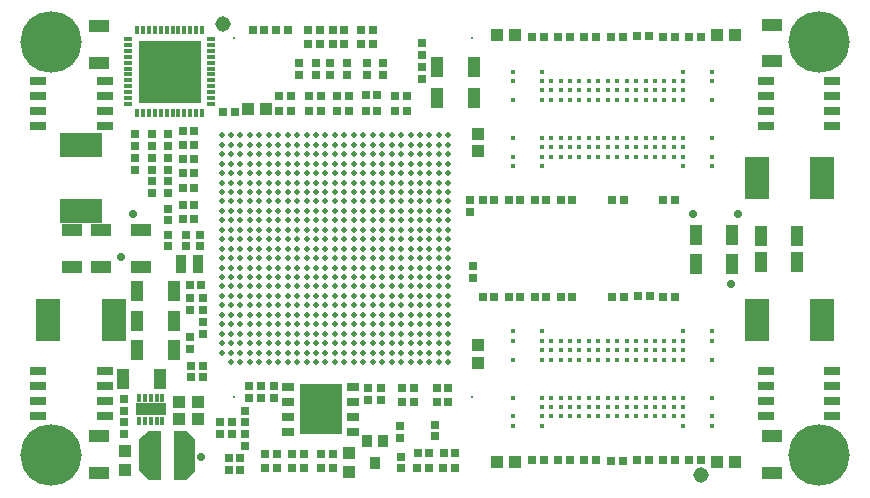
<source format=gts>
%FSLAX44Y44*%
%MOMM*%
G71*
G01*
G75*
G04 Layer_Color=8388736*
%ADD10C,0.3500*%
%ADD11R,1.6000X3.9000*%
%ADD12R,5.2000X5.2000*%
%ADD13R,0.6000X0.2500*%
%ADD14R,0.2500X0.6000*%
%ADD15R,0.5000X0.6000*%
%ADD16R,0.2500X0.5000*%
%ADD17R,2.4000X0.8400*%
%ADD18R,3.4000X4.0000*%
%ADD19R,0.9000X0.4500*%
%ADD20R,0.6000X0.5000*%
%ADD21R,0.5000X0.5000*%
%ADD22R,0.5000X0.5000*%
%ADD23R,0.8000X0.8000*%
%ADD24R,0.7500X1.4000*%
%ADD25R,0.8000X0.8000*%
%ADD26R,1.8288X3.4290*%
%ADD27R,3.4290X1.8288*%
%ADD28R,0.9000X1.6000*%
%ADD29R,1.6000X0.9000*%
%ADD30R,1.2000X0.5800*%
%ADD31C,1.0160*%
%ADD32C,0.4000*%
%ADD33C,0.6350*%
%ADD34R,0.7000X0.9000*%
%ADD35C,0.0930*%
%ADD36C,0.3000*%
%ADD37C,0.0900*%
%ADD38C,0.2500*%
%ADD39C,0.4000*%
%ADD40C,0.1010*%
%ADD41C,0.2000*%
%ADD42C,0.5000*%
%ADD43C,0.7000*%
%ADD44C,5.0000*%
%ADD45C,0.2700*%
%ADD46C,0.4500*%
%ADD47C,0.1000*%
%ADD48C,3.6830*%
%ADD49C,0.0800*%
%ADD50C,0.6000*%
%ADD51C,0.8000*%
%ADD52C,0.0850*%
%ADD53C,1.2500*%
%ADD54R,1.9000X2.6000*%
%ADD55R,0.2800X2.2700*%
%ADD56R,2.5400X0.4300*%
%ADD57R,4.7000X0.4300*%
%ADD58R,1.3000X0.9000*%
%ADD59R,0.9000X1.3000*%
%ADD60R,0.5588X0.6858*%
%ADD61R,0.9000X0.7000*%
%ADD62R,1.8000X1.1250*%
%ADD63R,0.4800X0.2300*%
%ADD64R,0.4000X1.1900*%
%ADD65R,0.9000X1.1900*%
%ADD66R,3.3000X3.3000*%
%ADD67R,0.6000X0.2300*%
%ADD68R,0.2300X0.6000*%
%ADD69R,2.6000X1.9000*%
%ADD70R,1.0000X0.5500*%
%ADD71R,0.5500X1.0000*%
%ADD72C,0.3500*%
%ADD73C,0.2800*%
%ADD74C,0.2200*%
%ADD75C,0.4500*%
%ADD76C,0.1500*%
%ADD77C,0.2540*%
%ADD78C,0.1270*%
%ADD79R,2.4000X2.4000*%
%ADD80R,5.2508X5.2508*%
%ADD81R,0.6600X0.3100*%
%ADD82R,0.3100X0.6600*%
%ADD83R,0.7032X0.8032*%
%ADD84R,0.3900X0.6400*%
%ADD85R,2.5400X0.9800*%
%ADD86R,3.6032X4.2032*%
%ADD87R,1.1032X0.6532*%
%ADD88R,0.8032X0.7032*%
%ADD89R,0.7032X0.7032*%
%ADD90R,0.7032X0.7032*%
%ADD91R,1.0032X1.0032*%
%ADD92R,0.9532X1.6032*%
%ADD93R,1.0032X1.0032*%
%ADD94R,2.0320X3.6322*%
%ADD95R,3.6322X2.0320*%
%ADD96R,1.1032X1.8032*%
%ADD97R,1.8032X1.1032*%
%ADD98R,1.4032X0.7832*%
%ADD99C,1.3160*%
%ADD100C,0.5000*%
%ADD101C,0.7366*%
%ADD102R,0.9032X1.1032*%
%ADD103C,5.2032*%
%ADD104C,0.2032*%
G36*
X117500Y4500D02*
X107500D01*
X99500Y11500D01*
Y38500D01*
X107500Y45500D01*
X117500D01*
Y4500D01*
D02*
G37*
G36*
X146500Y38500D02*
Y11500D01*
X138500Y4500D01*
X128500D01*
Y45500D01*
X138500D01*
X146500Y38500D01*
D02*
G37*
D46*
X584000Y50000D02*
D03*
Y58000D02*
D03*
Y130000D02*
D03*
Y122000D02*
D03*
X416000D02*
D03*
Y130000D02*
D03*
Y58000D02*
D03*
Y50000D02*
D03*
Y74000D02*
D03*
Y106000D02*
D03*
X584000Y74000D02*
D03*
Y106000D02*
D03*
X560000Y50000D02*
D03*
Y130000D02*
D03*
X440000D02*
D03*
Y50000D02*
D03*
Y58000D02*
D03*
X448000D02*
D03*
X456000D02*
D03*
X464000D02*
D03*
X472000D02*
D03*
X480000D02*
D03*
X488000D02*
D03*
X496000D02*
D03*
X504000D02*
D03*
X512000D02*
D03*
X520000D02*
D03*
X528000D02*
D03*
X536000D02*
D03*
X544000D02*
D03*
X552000D02*
D03*
X560000D02*
D03*
X440000Y66000D02*
D03*
X448000D02*
D03*
X456000D02*
D03*
X464000D02*
D03*
X472000D02*
D03*
X480000D02*
D03*
X488000D02*
D03*
X496000D02*
D03*
X504000D02*
D03*
X512000D02*
D03*
X520000D02*
D03*
X528000D02*
D03*
X536000D02*
D03*
X544000D02*
D03*
X552000D02*
D03*
X560000D02*
D03*
X440000Y74000D02*
D03*
X448000D02*
D03*
X456000D02*
D03*
X464000D02*
D03*
X472000D02*
D03*
X480000D02*
D03*
X488000D02*
D03*
X496000D02*
D03*
X504000D02*
D03*
X512000D02*
D03*
X520000D02*
D03*
X528000D02*
D03*
X536000D02*
D03*
X544000D02*
D03*
X552000D02*
D03*
X560000D02*
D03*
X440000Y106000D02*
D03*
X448000D02*
D03*
X456000D02*
D03*
X464000D02*
D03*
X472000D02*
D03*
X480000D02*
D03*
X488000D02*
D03*
X496000D02*
D03*
X504000D02*
D03*
X512000D02*
D03*
X520000D02*
D03*
X528000D02*
D03*
X536000D02*
D03*
X544000D02*
D03*
X552000D02*
D03*
X560000D02*
D03*
X440000Y114000D02*
D03*
X448000D02*
D03*
X456000D02*
D03*
X464000D02*
D03*
X472000D02*
D03*
X480000D02*
D03*
X488000D02*
D03*
X496000D02*
D03*
X504000D02*
D03*
X512000D02*
D03*
X520000D02*
D03*
X528000D02*
D03*
X536000D02*
D03*
X544000D02*
D03*
X552000D02*
D03*
X560000D02*
D03*
X440000Y122000D02*
D03*
X448000D02*
D03*
X456000D02*
D03*
X464000D02*
D03*
X472000D02*
D03*
X480000D02*
D03*
X488000D02*
D03*
X496000D02*
D03*
X504000D02*
D03*
X512000D02*
D03*
X520000D02*
D03*
X528000D02*
D03*
X536000D02*
D03*
X544000D02*
D03*
X552000D02*
D03*
X560000D02*
D03*
X584000Y270000D02*
D03*
Y278000D02*
D03*
Y350000D02*
D03*
Y342000D02*
D03*
X416000D02*
D03*
Y350000D02*
D03*
Y278000D02*
D03*
Y270000D02*
D03*
Y294000D02*
D03*
Y326000D02*
D03*
X584000Y294000D02*
D03*
Y326000D02*
D03*
X560000Y270000D02*
D03*
Y350000D02*
D03*
X440000D02*
D03*
Y270000D02*
D03*
Y278000D02*
D03*
X448000D02*
D03*
X456000D02*
D03*
X464000D02*
D03*
X472000D02*
D03*
X480000D02*
D03*
X488000D02*
D03*
X496000D02*
D03*
X504000D02*
D03*
X512000D02*
D03*
X520000D02*
D03*
X528000D02*
D03*
X536000D02*
D03*
X544000D02*
D03*
X552000D02*
D03*
X560000D02*
D03*
X440000Y286000D02*
D03*
X448000D02*
D03*
X456000D02*
D03*
X464000D02*
D03*
X472000D02*
D03*
X480000D02*
D03*
X488000D02*
D03*
X496000D02*
D03*
X504000D02*
D03*
X512000D02*
D03*
X520000D02*
D03*
X528000D02*
D03*
X536000D02*
D03*
X544000D02*
D03*
X552000D02*
D03*
X560000D02*
D03*
X440000Y294000D02*
D03*
X448000D02*
D03*
X456000D02*
D03*
X464000D02*
D03*
X472000D02*
D03*
X480000D02*
D03*
X488000D02*
D03*
X496000D02*
D03*
X504000D02*
D03*
X512000D02*
D03*
X520000D02*
D03*
X528000D02*
D03*
X536000D02*
D03*
X544000D02*
D03*
X552000D02*
D03*
X560000D02*
D03*
X440000Y326000D02*
D03*
X448000D02*
D03*
X456000D02*
D03*
X464000D02*
D03*
X472000D02*
D03*
X480000D02*
D03*
X488000D02*
D03*
X496000D02*
D03*
X504000D02*
D03*
X512000D02*
D03*
X520000D02*
D03*
X528000D02*
D03*
X536000D02*
D03*
X544000D02*
D03*
X552000D02*
D03*
X560000D02*
D03*
X440000Y334000D02*
D03*
X448000D02*
D03*
X456000D02*
D03*
X464000D02*
D03*
X472000D02*
D03*
X480000D02*
D03*
X488000D02*
D03*
X496000D02*
D03*
X504000D02*
D03*
X512000D02*
D03*
X520000D02*
D03*
X528000D02*
D03*
X536000D02*
D03*
X544000D02*
D03*
X552000D02*
D03*
X560000D02*
D03*
X440000Y342000D02*
D03*
X448000D02*
D03*
X456000D02*
D03*
X464000D02*
D03*
X472000D02*
D03*
X480000D02*
D03*
X488000D02*
D03*
X496000D02*
D03*
X504000D02*
D03*
X512000D02*
D03*
X520000D02*
D03*
X528000D02*
D03*
X536000D02*
D03*
X544000D02*
D03*
X552000D02*
D03*
X560000D02*
D03*
D80*
X125000Y350000D02*
D03*
D81*
X159900Y322500D02*
D03*
Y327500D02*
D03*
Y332500D02*
D03*
Y337500D02*
D03*
Y342500D02*
D03*
Y347500D02*
D03*
Y352500D02*
D03*
Y357500D02*
D03*
Y362500D02*
D03*
Y367500D02*
D03*
Y372500D02*
D03*
Y377500D02*
D03*
X90100D02*
D03*
Y372500D02*
D03*
Y367500D02*
D03*
Y362500D02*
D03*
Y357500D02*
D03*
Y352500D02*
D03*
Y347500D02*
D03*
Y342500D02*
D03*
Y337500D02*
D03*
Y332500D02*
D03*
Y327500D02*
D03*
Y322500D02*
D03*
D82*
X152500Y384900D02*
D03*
X147500D02*
D03*
X142500D02*
D03*
X137500D02*
D03*
X132500D02*
D03*
X127500D02*
D03*
X122500D02*
D03*
X117500D02*
D03*
X112500D02*
D03*
X107500D02*
D03*
X102500D02*
D03*
X97500D02*
D03*
Y315100D02*
D03*
X102500D02*
D03*
X107500D02*
D03*
X112500D02*
D03*
X117500D02*
D03*
X122500D02*
D03*
X127500D02*
D03*
X132500D02*
D03*
X137500D02*
D03*
X142500D02*
D03*
X147500D02*
D03*
X152500D02*
D03*
D83*
X253000Y317000D02*
D03*
X243000D02*
D03*
X351000Y82000D02*
D03*
X361000D02*
D03*
X335000Y27000D02*
D03*
X345000D02*
D03*
X325750Y329700D02*
D03*
X315750D02*
D03*
X195250Y385000D02*
D03*
X205250D02*
D03*
X267000Y317000D02*
D03*
X277000D02*
D03*
X136000Y288000D02*
D03*
X146000D02*
D03*
Y225000D02*
D03*
X136000D02*
D03*
Y251000D02*
D03*
X146000D02*
D03*
Y276000D02*
D03*
X136000D02*
D03*
X170000Y316000D02*
D03*
X180000D02*
D03*
X136000Y264000D02*
D03*
X146000D02*
D03*
Y237000D02*
D03*
X136000D02*
D03*
X142000Y169000D02*
D03*
X152000D02*
D03*
X229000Y14000D02*
D03*
X239000D02*
D03*
X522000Y160000D02*
D03*
X532000D02*
D03*
X521000Y380000D02*
D03*
X531000D02*
D03*
X361000Y70000D02*
D03*
X351000D02*
D03*
X206000Y26000D02*
D03*
X216000D02*
D03*
X146000Y300000D02*
D03*
X136000D02*
D03*
X242000Y385000D02*
D03*
X252000D02*
D03*
X215000D02*
D03*
X225000D02*
D03*
X242000Y373000D02*
D03*
X252000D02*
D03*
X499000Y20000D02*
D03*
X509000D02*
D03*
X291000Y317000D02*
D03*
X301000D02*
D03*
X297000Y385000D02*
D03*
X287000D02*
D03*
X239000Y26000D02*
D03*
X229000D02*
D03*
X253000Y329000D02*
D03*
X243000D02*
D03*
X218000Y317000D02*
D03*
X228000D02*
D03*
X228000Y329000D02*
D03*
X218000D02*
D03*
X356875Y14075D02*
D03*
X366875D02*
D03*
X357000Y27000D02*
D03*
X367000D02*
D03*
X325750Y316700D02*
D03*
X315750D02*
D03*
X277000Y329000D02*
D03*
X267000D02*
D03*
X291000Y330000D02*
D03*
X301000D02*
D03*
X273000Y385000D02*
D03*
X263000D02*
D03*
Y373000D02*
D03*
X273000D02*
D03*
X263000Y26000D02*
D03*
X253000D02*
D03*
X216000Y14000D02*
D03*
X206000D02*
D03*
X297000Y373000D02*
D03*
X287000D02*
D03*
X322125Y69850D02*
D03*
X332125D02*
D03*
X344875Y14075D02*
D03*
X334875D02*
D03*
X332125Y81725D02*
D03*
X322125D02*
D03*
X263000Y14000D02*
D03*
X253000D02*
D03*
D84*
X119000Y54500D02*
D03*
X114000D02*
D03*
X109000D02*
D03*
X104000D02*
D03*
X99000D02*
D03*
Y73500D02*
D03*
X104000D02*
D03*
X109000D02*
D03*
X114000D02*
D03*
X119000D02*
D03*
D85*
X109000Y64000D02*
D03*
D86*
X253000Y64000D02*
D03*
D87*
X280500Y83050D02*
D03*
Y70350D02*
D03*
Y57650D02*
D03*
Y44950D02*
D03*
X225500D02*
D03*
Y57650D02*
D03*
Y70350D02*
D03*
Y83050D02*
D03*
D88*
X382000Y175000D02*
D03*
Y185000D02*
D03*
X189000Y43000D02*
D03*
Y33000D02*
D03*
X124000Y224000D02*
D03*
Y234000D02*
D03*
Y212000D02*
D03*
Y202000D02*
D03*
Y247000D02*
D03*
Y257000D02*
D03*
Y267000D02*
D03*
Y277000D02*
D03*
X110000Y297000D02*
D03*
Y287000D02*
D03*
Y247000D02*
D03*
Y257000D02*
D03*
Y267000D02*
D03*
Y277000D02*
D03*
X96000Y267000D02*
D03*
Y277000D02*
D03*
Y297000D02*
D03*
Y287000D02*
D03*
X153000Y138000D02*
D03*
Y128000D02*
D03*
X124000Y287000D02*
D03*
Y297000D02*
D03*
X304000Y72000D02*
D03*
Y82000D02*
D03*
X213000Y74000D02*
D03*
Y84000D02*
D03*
X321000Y24000D02*
D03*
Y14000D02*
D03*
X320000Y50000D02*
D03*
Y40000D02*
D03*
X86000Y53000D02*
D03*
Y43000D02*
D03*
Y63000D02*
D03*
Y73000D02*
D03*
X292000Y347000D02*
D03*
Y357000D02*
D03*
X261000Y347000D02*
D03*
Y357000D02*
D03*
X379000Y241000D02*
D03*
Y231000D02*
D03*
X275000Y357000D02*
D03*
Y347000D02*
D03*
X249000D02*
D03*
Y357000D02*
D03*
X235000Y357000D02*
D03*
Y347000D02*
D03*
X350000Y51000D02*
D03*
Y41000D02*
D03*
X189000Y63000D02*
D03*
Y53000D02*
D03*
X153000Y158000D02*
D03*
Y148000D02*
D03*
D89*
X175000Y13000D02*
D03*
X185000D02*
D03*
Y23000D02*
D03*
X175000D02*
D03*
X432000Y379000D02*
D03*
X442000D02*
D03*
X500000Y159000D02*
D03*
X510000D02*
D03*
X509000Y379000D02*
D03*
X499000D02*
D03*
X500000Y241000D02*
D03*
X510000D02*
D03*
X442000Y21000D02*
D03*
X432000D02*
D03*
X464000D02*
D03*
X454000D02*
D03*
X476000D02*
D03*
X486000D02*
D03*
X543000D02*
D03*
X553000D02*
D03*
X476000Y379000D02*
D03*
X486000D02*
D03*
X565000D02*
D03*
X575000D02*
D03*
X454000D02*
D03*
X464000D02*
D03*
X543000D02*
D03*
X553000D02*
D03*
X390000Y241000D02*
D03*
X400000D02*
D03*
X422000D02*
D03*
X412000D02*
D03*
X575000Y21000D02*
D03*
X565000D02*
D03*
X543000Y159000D02*
D03*
X553000D02*
D03*
X456000D02*
D03*
X466000D02*
D03*
X422000D02*
D03*
X412000D02*
D03*
X434000D02*
D03*
X444000D02*
D03*
X400000D02*
D03*
X390000D02*
D03*
X434000Y241000D02*
D03*
X444000D02*
D03*
X543000D02*
D03*
X553000D02*
D03*
X456000D02*
D03*
X466000D02*
D03*
X178000Y43000D02*
D03*
X168000D02*
D03*
X168000Y53000D02*
D03*
X178000D02*
D03*
X531000Y21000D02*
D03*
X521000D02*
D03*
D90*
X192000Y84000D02*
D03*
Y74000D02*
D03*
X202000D02*
D03*
Y84000D02*
D03*
X143000Y101000D02*
D03*
Y91000D02*
D03*
X153000Y101000D02*
D03*
Y91000D02*
D03*
X142000Y125000D02*
D03*
Y115000D02*
D03*
Y158000D02*
D03*
Y148000D02*
D03*
X339000Y354000D02*
D03*
Y344000D02*
D03*
Y374000D02*
D03*
Y364000D02*
D03*
X151000Y212000D02*
D03*
Y202000D02*
D03*
X139000D02*
D03*
Y212000D02*
D03*
X293000Y82000D02*
D03*
Y72000D02*
D03*
X306000Y347000D02*
D03*
Y357000D02*
D03*
D91*
X191500Y318000D02*
D03*
X206500D02*
D03*
X417500Y19000D02*
D03*
X402500D02*
D03*
X603500D02*
D03*
X588500D02*
D03*
X417500Y381000D02*
D03*
X402500D02*
D03*
X603500D02*
D03*
X588500D02*
D03*
D92*
X149250Y187000D02*
D03*
X134750D02*
D03*
D93*
X87000Y13000D02*
D03*
Y29000D02*
D03*
X277000Y11000D02*
D03*
Y27000D02*
D03*
X386000Y118500D02*
D03*
Y103500D02*
D03*
Y297500D02*
D03*
Y282500D02*
D03*
X133000Y70500D02*
D03*
Y55500D02*
D03*
X149000D02*
D03*
Y70500D02*
D03*
D94*
X22314Y140000D02*
D03*
X77686D02*
D03*
X677686Y260000D02*
D03*
X622314D02*
D03*
X677686Y140000D02*
D03*
X622314D02*
D03*
D95*
X50000Y287686D02*
D03*
Y232314D02*
D03*
D96*
X382500Y328000D02*
D03*
X351500D02*
D03*
Y354000D02*
D03*
X382500D02*
D03*
X128500Y139000D02*
D03*
X97500D02*
D03*
Y164000D02*
D03*
X128500D02*
D03*
Y114000D02*
D03*
X97500D02*
D03*
X116500Y90000D02*
D03*
X85500D02*
D03*
X601500Y212000D02*
D03*
X570500D02*
D03*
X656500Y211000D02*
D03*
X625500D02*
D03*
Y189000D02*
D03*
X656500D02*
D03*
X570500Y187000D02*
D03*
X601500D02*
D03*
D97*
X65000Y10500D02*
D03*
Y41500D02*
D03*
Y357500D02*
D03*
Y388500D02*
D03*
X67000Y215500D02*
D03*
Y184500D02*
D03*
X42000D02*
D03*
Y215500D02*
D03*
X635000Y389500D02*
D03*
Y358500D02*
D03*
Y41500D02*
D03*
Y10500D02*
D03*
X101000Y184500D02*
D03*
Y215500D02*
D03*
D98*
X14000Y96050D02*
D03*
Y83350D02*
D03*
Y70650D02*
D03*
Y57950D02*
D03*
X70000Y96050D02*
D03*
Y83350D02*
D03*
Y70650D02*
D03*
Y57950D02*
D03*
Y303950D02*
D03*
Y316650D02*
D03*
Y329350D02*
D03*
Y342050D02*
D03*
X14000Y303950D02*
D03*
Y316650D02*
D03*
Y329350D02*
D03*
Y342050D02*
D03*
X686000Y303950D02*
D03*
Y316650D02*
D03*
Y329350D02*
D03*
Y342050D02*
D03*
X630000Y303950D02*
D03*
Y316650D02*
D03*
Y329350D02*
D03*
Y342050D02*
D03*
Y96050D02*
D03*
Y83350D02*
D03*
Y70650D02*
D03*
Y57950D02*
D03*
X686000Y96050D02*
D03*
Y83350D02*
D03*
Y70650D02*
D03*
Y57950D02*
D03*
D99*
X170000Y390000D02*
D03*
X575000Y8000D02*
D03*
D100*
X361000Y296000D02*
D03*
X353000D02*
D03*
X345000D02*
D03*
X337000D02*
D03*
X329000D02*
D03*
X321000D02*
D03*
X313000D02*
D03*
X305000D02*
D03*
X297000D02*
D03*
X289000D02*
D03*
X281000D02*
D03*
X273000D02*
D03*
X265000D02*
D03*
X257000D02*
D03*
X249000D02*
D03*
X241000D02*
D03*
X233000D02*
D03*
X225000D02*
D03*
X217000D02*
D03*
X209000D02*
D03*
X201000D02*
D03*
X193000D02*
D03*
X185000D02*
D03*
X177000D02*
D03*
X169000D02*
D03*
X361000Y288000D02*
D03*
X353000D02*
D03*
X345000D02*
D03*
X337000D02*
D03*
X329000D02*
D03*
X321000D02*
D03*
X313000D02*
D03*
X305000D02*
D03*
X297000D02*
D03*
X289000D02*
D03*
X281000D02*
D03*
X273000D02*
D03*
X265000D02*
D03*
X257000D02*
D03*
X249000D02*
D03*
X241000D02*
D03*
X233000D02*
D03*
X225000D02*
D03*
X217000D02*
D03*
X209000D02*
D03*
X201000D02*
D03*
X193000D02*
D03*
X185000D02*
D03*
X177000D02*
D03*
X169000D02*
D03*
X361000Y280000D02*
D03*
X353000D02*
D03*
X345000D02*
D03*
X337000D02*
D03*
X329000D02*
D03*
X321000D02*
D03*
X313000D02*
D03*
X305000D02*
D03*
X297000D02*
D03*
X289000D02*
D03*
X281000D02*
D03*
X273000D02*
D03*
X265000D02*
D03*
X257000D02*
D03*
X249000D02*
D03*
X241000D02*
D03*
X233000D02*
D03*
X225000D02*
D03*
X217000D02*
D03*
X209000D02*
D03*
X201000D02*
D03*
X193000D02*
D03*
X185000D02*
D03*
X177000D02*
D03*
X169000D02*
D03*
X361000Y272000D02*
D03*
X353000D02*
D03*
X345000D02*
D03*
X337000D02*
D03*
X329000D02*
D03*
X321000D02*
D03*
X313000D02*
D03*
X305000D02*
D03*
X297000D02*
D03*
X289000D02*
D03*
X281000D02*
D03*
X273000D02*
D03*
X265000D02*
D03*
X257000D02*
D03*
X249000D02*
D03*
X241000D02*
D03*
X233000D02*
D03*
X225000D02*
D03*
X217000D02*
D03*
X209000D02*
D03*
X201000D02*
D03*
X193000D02*
D03*
X185000D02*
D03*
X177000D02*
D03*
X169000D02*
D03*
X361000Y264000D02*
D03*
X353000D02*
D03*
X345000D02*
D03*
X337000D02*
D03*
X329000D02*
D03*
X321000D02*
D03*
X313000D02*
D03*
X305000D02*
D03*
X297000D02*
D03*
X289000D02*
D03*
X281000D02*
D03*
X273000D02*
D03*
X265000D02*
D03*
X257000D02*
D03*
X249000D02*
D03*
X241000D02*
D03*
X233000D02*
D03*
X225000D02*
D03*
X217000D02*
D03*
X209000D02*
D03*
X201000D02*
D03*
X193000D02*
D03*
X185000D02*
D03*
X177000D02*
D03*
X169000D02*
D03*
X361000Y256000D02*
D03*
X353000D02*
D03*
X345000D02*
D03*
X337000D02*
D03*
X329000D02*
D03*
X321000D02*
D03*
X313000D02*
D03*
X305000D02*
D03*
X297000D02*
D03*
X289000D02*
D03*
X281000D02*
D03*
X273000D02*
D03*
X265000D02*
D03*
X257000D02*
D03*
X249000D02*
D03*
X241000D02*
D03*
X233000D02*
D03*
X225000D02*
D03*
X217000D02*
D03*
X209000D02*
D03*
X201000D02*
D03*
X193000D02*
D03*
X185000D02*
D03*
X177000D02*
D03*
X169000D02*
D03*
X361000Y248000D02*
D03*
X353000D02*
D03*
X345000D02*
D03*
X337000D02*
D03*
X329000D02*
D03*
X321000D02*
D03*
X313000D02*
D03*
X305000D02*
D03*
X297000D02*
D03*
X289000D02*
D03*
X281000D02*
D03*
X273000D02*
D03*
X265000D02*
D03*
X257000D02*
D03*
X249000D02*
D03*
X241000D02*
D03*
X233000D02*
D03*
X225000D02*
D03*
X217000D02*
D03*
X209000D02*
D03*
X201000D02*
D03*
X193000D02*
D03*
X185000D02*
D03*
X177000D02*
D03*
X169000D02*
D03*
X361000Y240000D02*
D03*
X353000D02*
D03*
X345000D02*
D03*
X337000D02*
D03*
X329000D02*
D03*
X321000D02*
D03*
X313000D02*
D03*
X305000D02*
D03*
X297000D02*
D03*
X289000D02*
D03*
X281000D02*
D03*
X273000D02*
D03*
X265000D02*
D03*
X257000D02*
D03*
X249000D02*
D03*
X241000D02*
D03*
X233000D02*
D03*
X225000D02*
D03*
X217000D02*
D03*
X209000D02*
D03*
X201000D02*
D03*
X193000D02*
D03*
X185000D02*
D03*
X177000D02*
D03*
X169000D02*
D03*
X361000Y232000D02*
D03*
X353000D02*
D03*
X345000D02*
D03*
X337000D02*
D03*
X329000D02*
D03*
X321000D02*
D03*
X313000D02*
D03*
X305000D02*
D03*
X297000D02*
D03*
X289000D02*
D03*
X281000D02*
D03*
X273000D02*
D03*
X265000D02*
D03*
X257000D02*
D03*
X249000D02*
D03*
X241000D02*
D03*
X233000D02*
D03*
X225000D02*
D03*
X217000D02*
D03*
X209000D02*
D03*
X201000D02*
D03*
X193000D02*
D03*
X185000D02*
D03*
X177000D02*
D03*
X169000D02*
D03*
X361000Y224000D02*
D03*
X353000D02*
D03*
X345000D02*
D03*
X337000D02*
D03*
X329000D02*
D03*
X321000D02*
D03*
X313000D02*
D03*
X305000D02*
D03*
X297000D02*
D03*
X289000D02*
D03*
X281000D02*
D03*
X273000D02*
D03*
X265000D02*
D03*
X257000D02*
D03*
X249000D02*
D03*
X241000D02*
D03*
X233000D02*
D03*
X225000D02*
D03*
X217000D02*
D03*
X209000D02*
D03*
X201000D02*
D03*
X193000D02*
D03*
X185000D02*
D03*
X177000D02*
D03*
X169000D02*
D03*
X361000Y216000D02*
D03*
X353000D02*
D03*
X345000D02*
D03*
X337000D02*
D03*
X329000D02*
D03*
X321000D02*
D03*
X313000D02*
D03*
X305000D02*
D03*
X297000D02*
D03*
X289000D02*
D03*
X281000D02*
D03*
X273000D02*
D03*
X265000D02*
D03*
X257000D02*
D03*
X249000D02*
D03*
X241000D02*
D03*
X233000D02*
D03*
X225000D02*
D03*
X217000D02*
D03*
X209000D02*
D03*
X201000D02*
D03*
X193000D02*
D03*
X185000D02*
D03*
X177000D02*
D03*
X169000D02*
D03*
X361000Y208000D02*
D03*
X353000D02*
D03*
X345000D02*
D03*
X337000D02*
D03*
X329000D02*
D03*
X321000D02*
D03*
X313000D02*
D03*
X305000D02*
D03*
X297000D02*
D03*
X289000D02*
D03*
X281000D02*
D03*
X273000D02*
D03*
X265000D02*
D03*
X257000D02*
D03*
X249000D02*
D03*
X241000D02*
D03*
X233000D02*
D03*
X225000D02*
D03*
X217000D02*
D03*
X209000D02*
D03*
X201000D02*
D03*
X193000D02*
D03*
X185000D02*
D03*
X177000D02*
D03*
X169000D02*
D03*
X361000Y200000D02*
D03*
X353000D02*
D03*
X345000D02*
D03*
X337000D02*
D03*
X329000D02*
D03*
X321000D02*
D03*
X313000D02*
D03*
X305000D02*
D03*
X297000D02*
D03*
X289000D02*
D03*
X281000D02*
D03*
X273000D02*
D03*
X265000D02*
D03*
X257000D02*
D03*
X249000D02*
D03*
X241000D02*
D03*
X233000D02*
D03*
X225000D02*
D03*
X217000D02*
D03*
X209000D02*
D03*
X201000D02*
D03*
X193000D02*
D03*
X185000D02*
D03*
X177000D02*
D03*
X169000D02*
D03*
X361000Y192000D02*
D03*
X353000D02*
D03*
X345000D02*
D03*
X337000D02*
D03*
X329000D02*
D03*
X321000D02*
D03*
X313000D02*
D03*
X305000D02*
D03*
X297000D02*
D03*
X289000D02*
D03*
X281000D02*
D03*
X273000D02*
D03*
X265000D02*
D03*
X257000D02*
D03*
X249000D02*
D03*
X241000D02*
D03*
X233000D02*
D03*
X225000D02*
D03*
X217000D02*
D03*
X209000D02*
D03*
X201000D02*
D03*
X193000D02*
D03*
X185000D02*
D03*
X177000D02*
D03*
X169000D02*
D03*
X361000Y184000D02*
D03*
X353000D02*
D03*
X345000D02*
D03*
X337000D02*
D03*
X329000D02*
D03*
X321000D02*
D03*
X313000D02*
D03*
X305000D02*
D03*
X297000D02*
D03*
X289000D02*
D03*
X281000D02*
D03*
X273000D02*
D03*
X265000D02*
D03*
X257000D02*
D03*
X249000D02*
D03*
X241000D02*
D03*
X233000D02*
D03*
X225000D02*
D03*
X217000D02*
D03*
X209000D02*
D03*
X201000D02*
D03*
X193000D02*
D03*
X185000D02*
D03*
X177000D02*
D03*
X169000D02*
D03*
X361000Y176000D02*
D03*
X353000D02*
D03*
X345000D02*
D03*
X337000D02*
D03*
X329000D02*
D03*
X321000D02*
D03*
X313000D02*
D03*
X305000D02*
D03*
X297000D02*
D03*
X289000D02*
D03*
X281000D02*
D03*
X273000D02*
D03*
X265000D02*
D03*
X257000D02*
D03*
X249000D02*
D03*
X241000D02*
D03*
X233000D02*
D03*
X225000D02*
D03*
X217000D02*
D03*
X209000D02*
D03*
X201000D02*
D03*
X193000D02*
D03*
X185000D02*
D03*
X177000D02*
D03*
X169000D02*
D03*
X361000Y168000D02*
D03*
X353000D02*
D03*
X345000D02*
D03*
X337000D02*
D03*
X329000D02*
D03*
X321000D02*
D03*
X313000D02*
D03*
X305000D02*
D03*
X297000D02*
D03*
X289000D02*
D03*
X281000D02*
D03*
X273000D02*
D03*
X265000D02*
D03*
X257000D02*
D03*
X249000D02*
D03*
X241000D02*
D03*
X233000D02*
D03*
X225000D02*
D03*
X217000D02*
D03*
X209000D02*
D03*
X201000D02*
D03*
X193000D02*
D03*
X185000D02*
D03*
X177000D02*
D03*
X169000D02*
D03*
X361000Y160000D02*
D03*
X353000D02*
D03*
X345000D02*
D03*
X337000D02*
D03*
X329000D02*
D03*
X321000D02*
D03*
X313000D02*
D03*
X305000D02*
D03*
X297000D02*
D03*
X289000D02*
D03*
X281000D02*
D03*
X273000D02*
D03*
X265000D02*
D03*
X257000D02*
D03*
X249000D02*
D03*
X241000D02*
D03*
X233000D02*
D03*
X225000D02*
D03*
X217000D02*
D03*
X209000D02*
D03*
X201000D02*
D03*
X193000D02*
D03*
X185000D02*
D03*
X177000D02*
D03*
X169000D02*
D03*
X361000Y152000D02*
D03*
X353000D02*
D03*
X345000D02*
D03*
X337000D02*
D03*
X329000D02*
D03*
X321000D02*
D03*
X313000D02*
D03*
X305000D02*
D03*
X297000D02*
D03*
X289000D02*
D03*
X281000D02*
D03*
X273000D02*
D03*
X265000D02*
D03*
X257000D02*
D03*
X249000D02*
D03*
X241000D02*
D03*
X233000D02*
D03*
X225000D02*
D03*
X217000D02*
D03*
X209000D02*
D03*
X201000D02*
D03*
X193000D02*
D03*
X185000D02*
D03*
X177000D02*
D03*
X169000D02*
D03*
X361000Y144000D02*
D03*
X353000D02*
D03*
X345000D02*
D03*
X337000D02*
D03*
X329000D02*
D03*
X321000D02*
D03*
X313000D02*
D03*
X305000D02*
D03*
X297000D02*
D03*
X289000D02*
D03*
X281000D02*
D03*
X273000D02*
D03*
X265000D02*
D03*
X257000D02*
D03*
X249000D02*
D03*
X241000D02*
D03*
X233000D02*
D03*
X225000D02*
D03*
X217000D02*
D03*
X209000D02*
D03*
X201000D02*
D03*
X193000D02*
D03*
X185000D02*
D03*
X177000D02*
D03*
X169000D02*
D03*
X361000Y136000D02*
D03*
X353000D02*
D03*
X345000D02*
D03*
X337000D02*
D03*
X329000D02*
D03*
X321000D02*
D03*
X313000D02*
D03*
X305000D02*
D03*
X297000D02*
D03*
X289000D02*
D03*
X281000D02*
D03*
X273000D02*
D03*
X265000D02*
D03*
X257000D02*
D03*
X249000D02*
D03*
X241000D02*
D03*
X233000D02*
D03*
X225000D02*
D03*
X217000D02*
D03*
X209000D02*
D03*
X201000D02*
D03*
X193000D02*
D03*
X185000D02*
D03*
X177000D02*
D03*
X169000D02*
D03*
X361000Y128000D02*
D03*
X353000D02*
D03*
X345000D02*
D03*
X337000D02*
D03*
X329000D02*
D03*
X321000D02*
D03*
X313000D02*
D03*
X305000D02*
D03*
X297000D02*
D03*
X289000D02*
D03*
X281000D02*
D03*
X273000D02*
D03*
X265000D02*
D03*
X257000D02*
D03*
X249000D02*
D03*
X241000D02*
D03*
X233000D02*
D03*
X225000D02*
D03*
X217000D02*
D03*
X209000D02*
D03*
X201000D02*
D03*
X193000D02*
D03*
X185000D02*
D03*
X177000D02*
D03*
X169000D02*
D03*
X361000Y120000D02*
D03*
X353000D02*
D03*
X345000D02*
D03*
X337000D02*
D03*
X329000D02*
D03*
X321000D02*
D03*
X313000D02*
D03*
X305000D02*
D03*
X297000D02*
D03*
X289000D02*
D03*
X281000D02*
D03*
X273000D02*
D03*
X265000D02*
D03*
X257000D02*
D03*
X249000D02*
D03*
X241000D02*
D03*
X233000D02*
D03*
X225000D02*
D03*
X217000D02*
D03*
X209000D02*
D03*
X201000D02*
D03*
X193000D02*
D03*
X185000D02*
D03*
X177000D02*
D03*
X169000D02*
D03*
X361000Y112000D02*
D03*
X353000D02*
D03*
X345000D02*
D03*
X337000D02*
D03*
X329000D02*
D03*
X321000D02*
D03*
X313000D02*
D03*
X305000D02*
D03*
X297000D02*
D03*
X289000D02*
D03*
X281000D02*
D03*
X273000D02*
D03*
X265000D02*
D03*
X257000D02*
D03*
X249000D02*
D03*
X241000D02*
D03*
X233000D02*
D03*
X225000D02*
D03*
X217000D02*
D03*
X209000D02*
D03*
X201000D02*
D03*
X193000D02*
D03*
X185000D02*
D03*
X177000D02*
D03*
X169000D02*
D03*
X361000Y104000D02*
D03*
X353000D02*
D03*
X345000D02*
D03*
X337000D02*
D03*
X329000D02*
D03*
X321000D02*
D03*
X313000D02*
D03*
X305000D02*
D03*
X297000D02*
D03*
X289000D02*
D03*
X281000D02*
D03*
X273000D02*
D03*
X265000D02*
D03*
X257000D02*
D03*
X249000D02*
D03*
X241000D02*
D03*
X233000D02*
D03*
X225000D02*
D03*
X217000D02*
D03*
X209000D02*
D03*
X201000D02*
D03*
X193000D02*
D03*
X185000D02*
D03*
X177000D02*
D03*
D101*
X152000Y24000D02*
D03*
X84000Y193000D02*
D03*
X94000Y229000D02*
D03*
X606000D02*
D03*
X600000Y170000D02*
D03*
X568000Y229000D02*
D03*
D102*
X305500Y37500D02*
D03*
X292500D02*
D03*
X299000Y18500D02*
D03*
D103*
X675000Y375000D02*
D03*
Y25000D02*
D03*
X25000D02*
D03*
Y375000D02*
D03*
D104*
X380650Y74700D02*
D03*
X179350D02*
D03*
X380650Y378700D02*
D03*
X179350D02*
D03*
M02*

</source>
